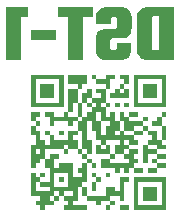
<source format=gbr>
%TF.GenerationSoftware,KiCad,Pcbnew,8.0.3*%
%TF.CreationDate,2024-11-20T17:39:26+02:00*%
%TF.ProjectId,DST1,44535431-2e6b-4696-9361-645f70636258,rev?*%
%TF.SameCoordinates,Original*%
%TF.FileFunction,Legend,Bot*%
%TF.FilePolarity,Positive*%
%FSLAX46Y46*%
G04 Gerber Fmt 4.6, Leading zero omitted, Abs format (unit mm)*
G04 Created by KiCad (PCBNEW 8.0.3) date 2024-11-20 17:39:26*
%MOMM*%
%LPD*%
G01*
G04 APERTURE LIST*
%ADD10C,0.000000*%
%ADD11C,0.300000*%
G04 APERTURE END LIST*
D10*
G36*
X174246222Y-123634222D02*
G01*
X173851111Y-123634222D01*
X173851111Y-123239111D01*
X174246222Y-123239111D01*
X174246222Y-123634222D01*
G37*
G36*
X170295111Y-128770667D02*
G01*
X169900000Y-128770667D01*
X169900000Y-128375556D01*
X170295111Y-128375556D01*
X170295111Y-128770667D01*
G37*
G36*
X169504889Y-127190223D02*
G01*
X169109778Y-127190223D01*
X169109778Y-126795111D01*
X169504889Y-126795111D01*
X169504889Y-127190223D01*
G37*
G36*
X169504889Y-122448889D02*
G01*
X169109778Y-122448889D01*
X169109778Y-122053778D01*
X169504889Y-122053778D01*
X169504889Y-122448889D01*
G37*
G36*
X172665778Y-122448889D02*
G01*
X172270667Y-122448889D01*
X172270667Y-122053778D01*
X172665778Y-122053778D01*
X172665778Y-122448889D01*
G37*
G36*
X171875556Y-121263556D02*
G01*
X172270667Y-121263556D01*
X172270667Y-120868445D01*
X172665778Y-120868445D01*
X172665778Y-121658667D01*
X171085334Y-121658667D01*
X171085334Y-121263556D01*
X171480444Y-121263556D01*
X171480444Y-120868445D01*
X171875556Y-120868445D01*
X171875556Y-121263556D01*
G37*
G36*
X172270667Y-120868445D02*
G01*
X171875556Y-120868445D01*
X171875556Y-120473334D01*
X172270667Y-120473334D01*
X172270667Y-120868445D01*
G37*
G36*
X169900000Y-127585333D02*
G01*
X169504889Y-127585333D01*
X169504889Y-127190223D01*
X169900000Y-127190223D01*
X169900000Y-127585333D01*
G37*
G36*
X173456000Y-123239111D02*
G01*
X172665778Y-123239111D01*
X172665778Y-122844000D01*
X173456000Y-122844000D01*
X173456000Y-123239111D01*
G37*
G36*
X165553778Y-128375556D02*
G01*
X165158667Y-128375556D01*
X165158667Y-127980444D01*
X165553778Y-127980444D01*
X165553778Y-128375556D01*
G37*
G36*
X171480444Y-120078222D02*
G01*
X171085334Y-120078222D01*
X171085334Y-120868445D01*
X170690222Y-120868445D01*
X170690222Y-120473334D01*
X169900000Y-120473334D01*
X169900000Y-120078222D01*
X170690222Y-120078222D01*
X170690222Y-119683111D01*
X171480444Y-119683111D01*
X171480444Y-120078222D01*
G37*
G36*
X173456000Y-119683111D02*
G01*
X175826667Y-119683111D01*
X175826667Y-122448889D01*
X173060889Y-122448889D01*
X173060889Y-122053778D01*
X173456000Y-122053778D01*
X175431556Y-122053778D01*
X175431556Y-120078222D01*
X173456000Y-120078222D01*
X173456000Y-122053778D01*
X173060889Y-122053778D01*
X173060889Y-119683111D01*
X173456000Y-119683111D01*
G37*
G36*
X173456000Y-128375556D02*
G01*
X175826667Y-128375556D01*
X175826667Y-131141334D01*
X173060889Y-131141334D01*
X173060889Y-130746223D01*
X173456000Y-130746223D01*
X175431556Y-130746223D01*
X175431556Y-128770667D01*
X173456000Y-128770667D01*
X173456000Y-130746223D01*
X173060889Y-130746223D01*
X173060889Y-128375556D01*
X173456000Y-128375556D01*
G37*
G36*
X175826667Y-123239111D02*
G01*
X175431556Y-123239111D01*
X175431556Y-122844000D01*
X175826667Y-122844000D01*
X175826667Y-123239111D01*
G37*
G36*
X172665778Y-128770667D02*
G01*
X172270667Y-128770667D01*
X172270667Y-130351111D01*
X171875556Y-130351111D01*
X171875556Y-129956000D01*
X171085334Y-129956000D01*
X171085334Y-130351111D01*
X170295111Y-130351111D01*
X170295111Y-130746223D01*
X169900000Y-130746223D01*
X169900000Y-130351111D01*
X169109778Y-130351111D01*
X169109778Y-129956000D01*
X170690222Y-129956000D01*
X170690222Y-129165778D01*
X171480444Y-129165778D01*
X171480444Y-129560889D01*
X171875556Y-129560889D01*
X171875556Y-128375556D01*
X172665778Y-128375556D01*
X172665778Y-128770667D01*
G37*
G36*
X165158667Y-123239111D02*
G01*
X164763555Y-123239111D01*
X164763555Y-123634222D01*
X164368444Y-123634222D01*
X164368444Y-122844000D01*
X165158667Y-122844000D01*
X165158667Y-123239111D01*
G37*
G36*
X168714667Y-126400000D02*
G01*
X168319555Y-126400000D01*
X168319555Y-126004889D01*
X168714667Y-126004889D01*
X168714667Y-126400000D01*
G37*
G36*
X167529334Y-126400000D02*
G01*
X167134222Y-126400000D01*
X167134222Y-126004889D01*
X167529334Y-126004889D01*
X167529334Y-126400000D01*
G37*
G36*
X167134222Y-128770667D02*
G01*
X166739111Y-128770667D01*
X166739111Y-128375556D01*
X167134222Y-128375556D01*
X167134222Y-128770667D01*
G37*
G36*
X167134222Y-124819556D02*
G01*
X166739111Y-124819556D01*
X166739111Y-124424444D01*
X167134222Y-124424444D01*
X167134222Y-124819556D01*
G37*
G36*
X172665778Y-120473334D02*
G01*
X172270667Y-120473334D01*
X172270667Y-120078222D01*
X171875556Y-120078222D01*
X171875556Y-119683111D01*
X172665778Y-119683111D01*
X172665778Y-120473334D01*
G37*
G36*
X164763555Y-119683111D02*
G01*
X167134222Y-119683111D01*
X167134222Y-122448889D01*
X164368444Y-122448889D01*
X164368444Y-122053778D01*
X164763555Y-122053778D01*
X166739111Y-122053778D01*
X166739111Y-120078222D01*
X164763555Y-120078222D01*
X164763555Y-122053778D01*
X164368444Y-122053778D01*
X164368444Y-119683111D01*
X164763555Y-119683111D01*
G37*
G36*
X165948889Y-124819556D02*
G01*
X165553778Y-124819556D01*
X165553778Y-124424444D01*
X165948889Y-124424444D01*
X165948889Y-124819556D01*
G37*
G36*
X175036444Y-125214667D02*
G01*
X175431556Y-125214667D01*
X175431556Y-125609778D01*
X175826667Y-125609778D01*
X175826667Y-126004889D01*
X175036444Y-126004889D01*
X175036444Y-125609778D01*
X174246222Y-125609778D01*
X174246222Y-126004889D01*
X175036444Y-126004889D01*
X175036444Y-126400000D01*
X174246222Y-126400000D01*
X174246222Y-127190223D01*
X173851111Y-127190223D01*
X173851111Y-125609778D01*
X174246222Y-125609778D01*
X174246222Y-125214667D01*
X174641333Y-125214667D01*
X174641333Y-124819556D01*
X174246222Y-124819556D01*
X174246222Y-124424444D01*
X175036444Y-124424444D01*
X175036444Y-125214667D01*
G37*
G36*
X173851111Y-127980444D02*
G01*
X173060889Y-127980444D01*
X173060889Y-127585333D01*
X173851111Y-127585333D01*
X173851111Y-127980444D01*
G37*
G36*
X171875556Y-122448889D02*
G01*
X171480444Y-122448889D01*
X171480444Y-122053778D01*
X171875556Y-122053778D01*
X171875556Y-122448889D01*
G37*
G36*
X164763555Y-124424444D02*
G01*
X165158667Y-124424444D01*
X165158667Y-125214667D01*
X165553778Y-125214667D01*
X165553778Y-125609778D01*
X165948889Y-125609778D01*
X165948889Y-124819556D01*
X166344000Y-124819556D01*
X166344000Y-125214667D01*
X167529334Y-125214667D01*
X167529334Y-124424444D01*
X168319555Y-124424444D01*
X168319555Y-124819556D01*
X167924445Y-124819556D01*
X167924445Y-125214667D01*
X168319555Y-125214667D01*
X168319555Y-126004889D01*
X167529334Y-126004889D01*
X167529334Y-125609778D01*
X167134222Y-125609778D01*
X167134222Y-126004889D01*
X165553778Y-126004889D01*
X165553778Y-126795111D01*
X165158667Y-126795111D01*
X165158667Y-127190223D01*
X164763555Y-127190223D01*
X164763555Y-127585333D01*
X164368444Y-127585333D01*
X164368444Y-126400000D01*
X164763555Y-126400000D01*
X165158667Y-126400000D01*
X165158667Y-126004889D01*
X164763555Y-126004889D01*
X164763555Y-126400000D01*
X164368444Y-126400000D01*
X164368444Y-125609778D01*
X164763555Y-125609778D01*
X164763555Y-124819556D01*
X164368444Y-124819556D01*
X164368444Y-124029334D01*
X164763555Y-124029334D01*
X164763555Y-124424444D01*
G37*
G36*
X166739111Y-126795111D02*
G01*
X166344000Y-126795111D01*
X166344000Y-127585333D01*
X166739111Y-127585333D01*
X166739111Y-127190223D01*
X167924445Y-127190223D01*
X167924445Y-128375556D01*
X168714667Y-128375556D01*
X168714667Y-127980444D01*
X168319555Y-127980444D01*
X168319555Y-127585333D01*
X168714667Y-127585333D01*
X168714667Y-127190223D01*
X169109778Y-127190223D01*
X169109778Y-128770667D01*
X168714667Y-128770667D01*
X168714667Y-129165778D01*
X168319555Y-129165778D01*
X168319555Y-130351111D01*
X167924445Y-130351111D01*
X167924445Y-130746223D01*
X169109778Y-130746223D01*
X169109778Y-131141334D01*
X167134222Y-131141334D01*
X167134222Y-130746223D01*
X167529334Y-130746223D01*
X167529334Y-130351111D01*
X167134222Y-130351111D01*
X167134222Y-129956000D01*
X167924445Y-129956000D01*
X167924445Y-129560889D01*
X167134222Y-129560889D01*
X167134222Y-129956000D01*
X166739111Y-129956000D01*
X166739111Y-130351111D01*
X166344000Y-130351111D01*
X166344000Y-129956000D01*
X166739111Y-129956000D01*
X166739111Y-129560889D01*
X166344000Y-129560889D01*
X166344000Y-129956000D01*
X165948889Y-129956000D01*
X165948889Y-130351111D01*
X166344000Y-130351111D01*
X166344000Y-130746223D01*
X165553778Y-130746223D01*
X165553778Y-131141334D01*
X165158667Y-131141334D01*
X165158667Y-130746223D01*
X164763555Y-130746223D01*
X164763555Y-130351111D01*
X165158667Y-130351111D01*
X165158667Y-129956000D01*
X164368444Y-129956000D01*
X164368444Y-127980444D01*
X164763555Y-127980444D01*
X164763555Y-128375556D01*
X165158667Y-128375556D01*
X165158667Y-128770667D01*
X164763555Y-128770667D01*
X164763555Y-129560889D01*
X165948889Y-129560889D01*
X165948889Y-129165778D01*
X166344000Y-129165778D01*
X167134222Y-129165778D01*
X167529334Y-129165778D01*
X167529334Y-127980444D01*
X166344000Y-127980444D01*
X166344000Y-129165778D01*
X165948889Y-129165778D01*
X165158667Y-129165778D01*
X165158667Y-128770667D01*
X165948889Y-128770667D01*
X165948889Y-127585333D01*
X165553778Y-127585333D01*
X165553778Y-126795111D01*
X165948889Y-126795111D01*
X165948889Y-126400000D01*
X166739111Y-126400000D01*
X166739111Y-126795111D01*
G37*
G36*
X169109778Y-126795111D02*
G01*
X168714667Y-126795111D01*
X168714667Y-126400000D01*
X169109778Y-126400000D01*
X169109778Y-126795111D01*
G37*
G36*
X172665778Y-131141334D02*
G01*
X171875556Y-131141334D01*
X171875556Y-130746223D01*
X172665778Y-130746223D01*
X172665778Y-131141334D01*
G37*
G36*
X169900000Y-120078222D02*
G01*
X169504889Y-120078222D01*
X169504889Y-119683111D01*
X169900000Y-119683111D01*
X169900000Y-120078222D01*
G37*
G36*
X175036444Y-121658667D02*
G01*
X173851111Y-121658667D01*
X173851111Y-120473334D01*
X175036444Y-120473334D01*
X175036444Y-121658667D01*
G37*
G36*
X169109778Y-129956000D02*
G01*
X168714667Y-129956000D01*
X168714667Y-129165778D01*
X169109778Y-129165778D01*
X169109778Y-129956000D01*
G37*
G36*
X175036444Y-127980444D02*
G01*
X174246222Y-127980444D01*
X174246222Y-127585333D01*
X175036444Y-127585333D01*
X175036444Y-127980444D01*
G37*
G36*
X171085334Y-131141334D02*
G01*
X170690222Y-131141334D01*
X170690222Y-130746223D01*
X171085334Y-130746223D01*
X171085334Y-131141334D01*
G37*
G36*
X175036444Y-130351111D02*
G01*
X173851111Y-130351111D01*
X173851111Y-129165778D01*
X175036444Y-129165778D01*
X175036444Y-130351111D01*
G37*
G36*
X169900000Y-129560889D02*
G01*
X169504889Y-129560889D01*
X169504889Y-128770667D01*
X169900000Y-128770667D01*
X169900000Y-129560889D01*
G37*
G36*
X175826667Y-127585333D02*
G01*
X175036444Y-127585333D01*
X175036444Y-127190223D01*
X175826667Y-127190223D01*
X175826667Y-127585333D01*
G37*
G36*
X169109778Y-120473334D02*
G01*
X168714667Y-120473334D01*
X168714667Y-120868445D01*
X168319555Y-120868445D01*
X168319555Y-120473334D01*
X167529334Y-120473334D01*
X167529334Y-119683111D01*
X169109778Y-119683111D01*
X169109778Y-120473334D01*
G37*
G36*
X166344000Y-121658667D02*
G01*
X165158667Y-121658667D01*
X165158667Y-120473334D01*
X166344000Y-120473334D01*
X166344000Y-121658667D01*
G37*
G36*
X175036444Y-127190223D02*
G01*
X174641333Y-127190223D01*
X174641333Y-126795111D01*
X175036444Y-126795111D01*
X175036444Y-127190223D01*
G37*
G36*
X175826667Y-125214667D02*
G01*
X175431556Y-125214667D01*
X175431556Y-124029334D01*
X175826667Y-124029334D01*
X175826667Y-125214667D01*
G37*
G36*
X169900000Y-128375556D02*
G01*
X169504889Y-128375556D01*
X169504889Y-127980444D01*
X169900000Y-127980444D01*
X169900000Y-128375556D01*
G37*
G36*
X175431556Y-124029334D02*
G01*
X174641333Y-124029334D01*
X174641333Y-123634222D01*
X175036444Y-123634222D01*
X175036444Y-123239111D01*
X175431556Y-123239111D01*
X175431556Y-124029334D01*
G37*
G36*
X167924445Y-120868445D02*
G01*
X168319555Y-120868445D01*
X168319555Y-122053778D01*
X168714667Y-122053778D01*
X168714667Y-121263556D01*
X169109778Y-121263556D01*
X169109778Y-120868445D01*
X169504889Y-120868445D01*
X169504889Y-121658667D01*
X169109778Y-121658667D01*
X169109778Y-122053778D01*
X168714667Y-122053778D01*
X168714667Y-123239111D01*
X169109778Y-123239111D01*
X169109778Y-122844000D01*
X169504889Y-122844000D01*
X169504889Y-122448889D01*
X169900000Y-122448889D01*
X169900000Y-122053778D01*
X169504889Y-122053778D01*
X169504889Y-121658667D01*
X170295111Y-121658667D01*
X170295111Y-121263556D01*
X169900000Y-121263556D01*
X169900000Y-120868445D01*
X170690222Y-120868445D01*
X170690222Y-122053778D01*
X170295111Y-122053778D01*
X170295111Y-122448889D01*
X170690222Y-122448889D01*
X170690222Y-122053778D01*
X171085334Y-122053778D01*
X171085334Y-122448889D01*
X170690222Y-122448889D01*
X170690222Y-123239111D01*
X171085334Y-123239111D01*
X171085334Y-122844000D01*
X171480444Y-122844000D01*
X171480444Y-123634222D01*
X171875556Y-123634222D01*
X171875556Y-124424444D01*
X171480444Y-124424444D01*
X171480444Y-124819556D01*
X171875556Y-124819556D01*
X171875556Y-124424444D01*
X172270667Y-124424444D01*
X172270667Y-123634222D01*
X171875556Y-123634222D01*
X171875556Y-122844000D01*
X172270667Y-122844000D01*
X172270667Y-123239111D01*
X172665778Y-123239111D01*
X172665778Y-123634222D01*
X173851111Y-123634222D01*
X173851111Y-124029334D01*
X173060889Y-124029334D01*
X173060889Y-124424444D01*
X172270667Y-124424444D01*
X172270667Y-124819556D01*
X173060889Y-124819556D01*
X173060889Y-124424444D01*
X173851111Y-124424444D01*
X173851111Y-124819556D01*
X173060889Y-124819556D01*
X173060889Y-125214667D01*
X173456000Y-125214667D01*
X173456000Y-125609778D01*
X172665778Y-125609778D01*
X172665778Y-126004889D01*
X172270667Y-126004889D01*
X172270667Y-126400000D01*
X172665778Y-126400000D01*
X172665778Y-126004889D01*
X173456000Y-126004889D01*
X173456000Y-126400000D01*
X173060889Y-126400000D01*
X173060889Y-126795111D01*
X173456000Y-126795111D01*
X173456000Y-127190223D01*
X173060889Y-127190223D01*
X173060889Y-127585333D01*
X172665778Y-127585333D01*
X172665778Y-127980444D01*
X172270667Y-127980444D01*
X172270667Y-127585333D01*
X171875556Y-127585333D01*
X171875556Y-127980444D01*
X171480444Y-127980444D01*
X171480444Y-127585333D01*
X170295111Y-127585333D01*
X170295111Y-126795111D01*
X171085334Y-126795111D01*
X171085334Y-127190223D01*
X172665778Y-127190223D01*
X172665778Y-126795111D01*
X172270667Y-126795111D01*
X172270667Y-126400000D01*
X171480444Y-126400000D01*
X171480444Y-126795111D01*
X171085334Y-126795111D01*
X171085334Y-126400000D01*
X171480444Y-126400000D01*
X171480444Y-125609778D01*
X171875556Y-125609778D01*
X172270667Y-125609778D01*
X172665778Y-125609778D01*
X172665778Y-125214667D01*
X172270667Y-125214667D01*
X172270667Y-125609778D01*
X171875556Y-125609778D01*
X171875556Y-125214667D01*
X170690222Y-125214667D01*
X170690222Y-125609778D01*
X170295111Y-125609778D01*
X170295111Y-125214667D01*
X169900000Y-125214667D01*
X169900000Y-124819556D01*
X170295111Y-124819556D01*
X170690222Y-124819556D01*
X170690222Y-124029334D01*
X171085334Y-124029334D01*
X171085334Y-123634222D01*
X170295111Y-123634222D01*
X170295111Y-124819556D01*
X169900000Y-124819556D01*
X169900000Y-124424444D01*
X169504889Y-124424444D01*
X169504889Y-123634222D01*
X169900000Y-123634222D01*
X170295111Y-123634222D01*
X170295111Y-122844000D01*
X169900000Y-122844000D01*
X169900000Y-123634222D01*
X169504889Y-123634222D01*
X169109778Y-123634222D01*
X169109778Y-125214667D01*
X169504889Y-125214667D01*
X169504889Y-126400000D01*
X169109778Y-126400000D01*
X169109778Y-126004889D01*
X168714667Y-126004889D01*
X168714667Y-124424444D01*
X168319555Y-124424444D01*
X168319555Y-123634222D01*
X168714667Y-123634222D01*
X168714667Y-123239111D01*
X168319555Y-123239111D01*
X168319555Y-123634222D01*
X167924445Y-123634222D01*
X167924445Y-124029334D01*
X167529334Y-124029334D01*
X167529334Y-123634222D01*
X166344000Y-123634222D01*
X166344000Y-124029334D01*
X165948889Y-124029334D01*
X165948889Y-123239111D01*
X165553778Y-123239111D01*
X165553778Y-122844000D01*
X166344000Y-122844000D01*
X166344000Y-123239111D01*
X167134222Y-123239111D01*
X167134222Y-122844000D01*
X167529334Y-122844000D01*
X167529334Y-123239111D01*
X168319555Y-123239111D01*
X168319555Y-122053778D01*
X167924445Y-122053778D01*
X167924445Y-122844000D01*
X167529334Y-122844000D01*
X167529334Y-120868445D01*
X167924445Y-120868445D01*
G37*
G36*
X170295111Y-126004889D02*
G01*
X170690222Y-126004889D01*
X170690222Y-125609778D01*
X171085334Y-125609778D01*
X171085334Y-126400000D01*
X169900000Y-126400000D01*
X169900000Y-125609778D01*
X170295111Y-125609778D01*
X170295111Y-126004889D01*
G37*
G36*
X174246222Y-124029334D02*
G01*
X174246222Y-124424444D01*
X173851111Y-124424444D01*
X173851111Y-124029334D01*
X174246222Y-124029334D01*
G37*
G36*
X171085334Y-128375556D02*
G01*
X170690222Y-128375556D01*
X170690222Y-127980444D01*
X171085334Y-127980444D01*
X171085334Y-128375556D01*
G37*
G36*
X165158667Y-124029334D02*
G01*
X164763555Y-124029334D01*
X164763555Y-123634222D01*
X165158667Y-123634222D01*
X165158667Y-124029334D01*
G37*
G36*
X171480444Y-130746223D02*
G01*
X171085334Y-130746223D01*
X171085334Y-130351111D01*
X171480444Y-130351111D01*
X171480444Y-130746223D01*
G37*
G36*
X175826667Y-126795111D02*
G01*
X175036444Y-126795111D01*
X175036444Y-126400000D01*
X175826667Y-126400000D01*
X175826667Y-126795111D01*
G37*
D11*
G36*
X174581053Y-115831716D02*
G01*
X174581053Y-114914584D01*
X174623796Y-114799790D01*
X174755687Y-114760711D01*
X176044068Y-114760711D01*
X176044068Y-113955931D01*
X174384438Y-113955931D01*
X174125082Y-113970815D01*
X173881844Y-114023140D01*
X173654342Y-114138255D01*
X173590648Y-114194068D01*
X173447766Y-114394309D01*
X173370830Y-114637827D01*
X173356175Y-114824214D01*
X173356175Y-115831716D01*
X174581053Y-115831716D01*
G37*
G36*
X174581053Y-117491346D02*
G01*
X174581053Y-115741346D01*
X173356175Y-115741346D01*
X173356175Y-117581716D01*
X173383882Y-117833041D01*
X173477305Y-118065739D01*
X173590648Y-118211863D01*
X173812184Y-118356977D01*
X174066588Y-118426744D01*
X174315792Y-118449069D01*
X174384438Y-118450000D01*
X176044068Y-118450000D01*
X176044068Y-117645219D01*
X174755687Y-117645219D01*
X174623796Y-117607362D01*
X174581053Y-117491346D01*
G37*
G36*
X176449511Y-113955931D02*
G01*
X175224633Y-113955931D01*
X175224633Y-118450000D01*
X176449511Y-118450000D01*
X176449511Y-113955931D01*
G37*
G36*
X171095708Y-117420516D02*
G01*
X171095708Y-116784263D01*
X171137229Y-116669469D01*
X171270341Y-116630390D01*
X171942009Y-116630390D01*
X172193350Y-116615049D01*
X172446776Y-116552724D01*
X172661786Y-116414650D01*
X172688171Y-116384926D01*
X172817053Y-116161301D01*
X172877704Y-115911944D01*
X172887229Y-115747452D01*
X172887229Y-114824214D01*
X172859956Y-114572890D01*
X172767993Y-114340191D01*
X172656420Y-114194068D01*
X172436945Y-114048953D01*
X172183209Y-113979187D01*
X171933852Y-113956861D01*
X171865073Y-113955931D01*
X170906420Y-113955931D01*
X170646759Y-113970815D01*
X170403907Y-114023140D01*
X170177927Y-114138255D01*
X170115073Y-114194068D01*
X169974423Y-114394309D01*
X169898689Y-114637827D01*
X169884263Y-114824214D01*
X169884263Y-115362770D01*
X171109141Y-115362770D01*
X171109141Y-114985415D01*
X171151884Y-114870621D01*
X171283775Y-114831542D01*
X171487718Y-114831542D01*
X171620830Y-114870621D01*
X171662351Y-114985415D01*
X171662351Y-115649755D01*
X171620830Y-115765771D01*
X171487718Y-115803628D01*
X170829483Y-115803628D01*
X170577760Y-115818130D01*
X170322784Y-115877044D01*
X170104339Y-116007561D01*
X170077215Y-116035659D01*
X169943589Y-116249796D01*
X169880706Y-116494688D01*
X169870830Y-116658478D01*
X169870830Y-117581716D01*
X169898103Y-117833041D01*
X169990066Y-118065739D01*
X170101639Y-118211863D01*
X170320943Y-118356977D01*
X170574273Y-118426744D01*
X170823134Y-118449069D01*
X170891765Y-118450000D01*
X171844312Y-118450000D01*
X172104202Y-118435116D01*
X172347859Y-118382791D01*
X172575610Y-118267676D01*
X172639323Y-118211863D01*
X172782205Y-118011622D01*
X172859141Y-117768104D01*
X172873796Y-117581716D01*
X172873796Y-117043161D01*
X171647697Y-117043161D01*
X171647697Y-117420516D01*
X171606175Y-117536531D01*
X171473063Y-117574389D01*
X171270341Y-117574389D01*
X171137229Y-117536531D01*
X171095708Y-117420516D01*
G37*
G36*
X168766852Y-114376029D02*
G01*
X167541974Y-114376029D01*
X167541974Y-118450000D01*
X168766852Y-118450000D01*
X168766852Y-114376029D01*
G37*
G36*
X166673691Y-113955931D02*
G01*
X166673691Y-114831542D01*
X169627808Y-114831542D01*
X169627808Y-113955931D01*
X166673691Y-113955931D01*
G37*
G36*
X166499057Y-116735415D02*
G01*
X166499057Y-115929413D01*
X164379030Y-115929413D01*
X164379030Y-116735415D01*
X166499057Y-116735415D01*
G37*
G36*
X162672993Y-113955931D02*
G01*
X162672993Y-114831542D01*
X164115247Y-114831542D01*
X164115247Y-113955931D01*
X162672993Y-113955931D01*
G37*
G36*
X163485101Y-113955931D02*
G01*
X162260223Y-113955931D01*
X162260223Y-118450000D01*
X163485101Y-118450000D01*
X163485101Y-113955931D01*
G37*
M02*

</source>
